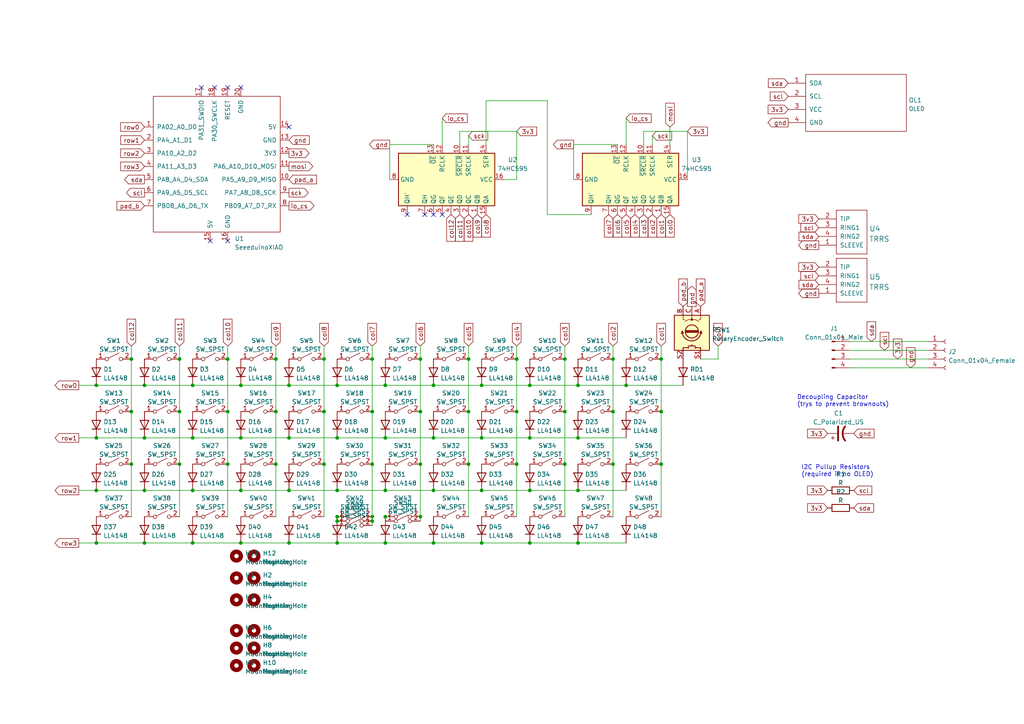
<source format=kicad_sch>
(kicad_sch (version 20211123) (generator eeschema)
  (paper "A4")
  (junction (at 80.01 134.62))
  (junction (at 52.07 104.14))
  (junction (at 38.1 119.38))
  (junction (at 149.86 104.14))
  (junction (at 153.67 127))
  (junction (at 83.82 111.76))
  (junction (at 69.85 157.48))
  (junction (at 69.85 111.76))
  (junction (at 121.92 104.14))
  (junction (at 55.88 111.76))
  (junction (at 27.94 157.48))
  (junction (at 69.85 127))
  (junction (at 41.91 127))
  (junction (at 111.76 127))
  (junction (at 135.89 134.62))
  (junction (at 163.83 134.62))
  (junction (at 135.89 104.14))
  (junction (at 191.77 104.14))
  (junction (at 52.07 119.38))
  (junction (at 97.79 111.76))
  (junction (at 93.98 104.14))
  (junction (at 125.73 142.24))
  (junction (at 55.88 127))
  (junction (at 66.04 104.14))
  (junction (at 27.94 127))
  (junction (at 93.98 119.38))
  (junction (at 191.77 134.62))
  (junction (at 177.8 104.14))
  (junction (at 139.7 127))
  (junction (at 139.7 111.76))
  (junction (at 69.85 142.24))
  (junction (at 149.86 119.38))
  (junction (at 93.98 134.62))
  (junction (at 107.95 151.13))
  (junction (at 83.82 142.24))
  (junction (at 125.73 157.48))
  (junction (at 107.95 134.62))
  (junction (at 97.79 149.86))
  (junction (at 139.7 142.24))
  (junction (at 167.64 142.24))
  (junction (at 83.82 157.48))
  (junction (at 97.79 157.48))
  (junction (at 163.83 104.14))
  (junction (at 55.88 142.24))
  (junction (at 41.91 157.48))
  (junction (at 153.67 142.24))
  (junction (at 167.64 127))
  (junction (at 167.64 111.76))
  (junction (at 27.94 142.24))
  (junction (at 153.67 157.48))
  (junction (at 41.91 111.76))
  (junction (at 111.76 157.48))
  (junction (at 121.92 149.86))
  (junction (at 111.76 111.76))
  (junction (at 149.86 134.62))
  (junction (at 135.89 119.38))
  (junction (at 121.92 134.62))
  (junction (at 177.8 119.38))
  (junction (at 153.67 111.76))
  (junction (at 177.8 134.62))
  (junction (at 38.1 104.14))
  (junction (at 41.91 142.24))
  (junction (at 80.01 119.38))
  (junction (at 97.79 127))
  (junction (at 66.04 119.38))
  (junction (at 107.95 119.38))
  (junction (at 97.79 142.24))
  (junction (at 66.04 134.62))
  (junction (at 125.73 127))
  (junction (at 111.76 142.24))
  (junction (at 121.92 119.38))
  (junction (at 52.07 134.62))
  (junction (at 139.7 157.48))
  (junction (at 111.76 149.86))
  (junction (at 181.61 111.76))
  (junction (at 55.88 157.48))
  (junction (at 97.79 151.13))
  (junction (at 107.95 149.86))
  (junction (at 38.1 134.62))
  (junction (at 83.82 127))
  (junction (at 107.95 104.14))
  (junction (at 27.94 111.76))
  (junction (at 167.64 157.48))
  (junction (at 125.73 111.76))
  (junction (at 163.83 119.38))
  (junction (at 191.77 119.38))
  (junction (at 80.01 104.14))
  (no_connect (at 58.42 25.4))
  (no_connect (at 66.04 25.4))
  (no_connect (at 62.23 25.4))
  (no_connect (at 69.85 25.4))
  (no_connect (at 83.82 36.83))
  (no_connect (at 60.96 69.85))
  (no_connect (at 66.04 69.85))
  (no_connect (at 118.11 62.23))
  (no_connect (at 125.73 62.23))
  (no_connect (at 123.19 62.23))
  (no_connect (at 128.27 62.23))
  (wire (pts (xy 80.01 104.14) (xy 80.01 119.38)))
  (wire (pts (xy 121.92 100.33) (xy 121.92 104.14)))
  (wire (pts (xy 153.67 157.48) (xy 167.64 157.48)))
  (wire (pts (xy 38.1 104.14) (xy 38.1 119.38)))
  (wire (pts (xy 139.7 111.76) (xy 153.67 111.76)))
  (wire (pts (xy 83.82 157.48) (xy 97.79 157.48)))
  (wire (pts (xy 52.07 100.33) (xy 52.07 104.14)))
  (wire (pts (xy 38.1 119.38) (xy 38.1 134.62)))
  (wire (pts (xy 167.64 127) (xy 181.61 127)))
  (wire (pts (xy 135.89 100.33) (xy 135.89 104.14)))
  (wire (pts (xy 27.94 127) (xy 41.91 127)))
  (wire (pts (xy 163.83 104.14) (xy 163.83 119.38)))
  (wire (pts (xy 177.8 134.62) (xy 177.8 149.86)))
  (wire (pts (xy 181.61 111.76) (xy 198.12 111.76)))
  (wire (pts (xy 208.28 100.33) (xy 208.28 104.14)))
  (wire (pts (xy 194.31 36.83) (xy 194.31 41.91)))
  (wire (pts (xy 146.05 52.07) (xy 149.86 52.07)))
  (wire (pts (xy 69.85 157.48) (xy 83.82 157.48)))
  (wire (pts (xy 125.73 157.48) (xy 139.7 157.48)))
  (wire (pts (xy 27.94 111.76) (xy 41.91 111.76)))
  (wire (pts (xy 113.03 41.91) (xy 125.73 41.91)))
  (wire (pts (xy 41.91 111.76) (xy 55.88 111.76)))
  (wire (pts (xy 199.39 38.1) (xy 186.69 38.1)))
  (wire (pts (xy 181.61 34.29) (xy 181.61 41.91)))
  (wire (pts (xy 191.77 134.62) (xy 191.77 149.86)))
  (wire (pts (xy 153.67 127) (xy 167.64 127)))
  (wire (pts (xy 246.38 99.06) (xy 269.24 99.06)))
  (wire (pts (xy 149.86 104.14) (xy 149.86 119.38)))
  (wire (pts (xy 38.1 100.33) (xy 38.1 104.14)))
  (wire (pts (xy 149.86 52.07) (xy 149.86 38.1)))
  (wire (pts (xy 166.37 52.07) (xy 166.37 41.91)))
  (wire (pts (xy 246.38 104.14) (xy 269.24 104.14)))
  (wire (pts (xy 97.79 111.76) (xy 111.76 111.76)))
  (wire (pts (xy 27.94 157.48) (xy 41.91 157.48)))
  (wire (pts (xy 38.1 134.62) (xy 38.1 149.86)))
  (wire (pts (xy 41.91 142.24) (xy 55.88 142.24)))
  (wire (pts (xy 153.67 111.76) (xy 167.64 111.76)))
  (wire (pts (xy 80.01 134.62) (xy 80.01 149.86)))
  (wire (pts (xy 66.04 134.62) (xy 66.04 149.86)))
  (wire (pts (xy 191.77 119.38) (xy 191.77 134.62)))
  (wire (pts (xy 191.77 100.33) (xy 191.77 104.14)))
  (wire (pts (xy 22.86 157.48) (xy 27.94 157.48)))
  (wire (pts (xy 93.98 104.14) (xy 93.98 119.38)))
  (wire (pts (xy 66.04 119.38) (xy 66.04 134.62)))
  (wire (pts (xy 93.98 134.62) (xy 93.98 149.86)))
  (wire (pts (xy 163.83 134.62) (xy 163.83 149.86)))
  (wire (pts (xy 163.83 100.33) (xy 163.83 104.14)))
  (wire (pts (xy 158.75 62.23) (xy 171.45 62.23)))
  (wire (pts (xy 66.04 104.14) (xy 66.04 119.38)))
  (wire (pts (xy 135.89 134.62) (xy 135.89 149.86)))
  (wire (pts (xy 149.86 134.62) (xy 149.86 149.86)))
  (wire (pts (xy 166.37 41.91) (xy 179.07 41.91)))
  (wire (pts (xy 97.79 127) (xy 111.76 127)))
  (wire (pts (xy 97.79 151.13) (xy 97.79 149.86)))
  (wire (pts (xy 189.23 39.37) (xy 189.23 41.91)))
  (wire (pts (xy 52.07 119.38) (xy 52.07 134.62)))
  (wire (pts (xy 246.38 101.6) (xy 269.24 101.6)))
  (wire (pts (xy 97.79 142.24) (xy 111.76 142.24)))
  (wire (pts (xy 107.95 104.14) (xy 107.95 119.38)))
  (wire (pts (xy 177.8 119.38) (xy 177.8 134.62)))
  (wire (pts (xy 69.85 142.24) (xy 83.82 142.24)))
  (wire (pts (xy 113.03 52.07) (xy 113.03 41.91)))
  (wire (pts (xy 191.77 104.14) (xy 191.77 119.38)))
  (wire (pts (xy 22.86 111.76) (xy 27.94 111.76)))
  (wire (pts (xy 93.98 100.33) (xy 93.98 104.14)))
  (wire (pts (xy 22.86 142.24) (xy 27.94 142.24)))
  (wire (pts (xy 83.82 142.24) (xy 97.79 142.24)))
  (wire (pts (xy 83.82 111.76) (xy 97.79 111.76)))
  (wire (pts (xy 27.94 142.24) (xy 41.91 142.24)))
  (wire (pts (xy 107.95 149.86) (xy 107.95 151.13)))
  (wire (pts (xy 121.92 119.38) (xy 121.92 134.62)))
  (wire (pts (xy 107.95 119.38) (xy 107.95 134.62)))
  (wire (pts (xy 149.86 100.33) (xy 149.86 104.14)))
  (wire (pts (xy 158.75 29.21) (xy 158.75 62.23)))
  (wire (pts (xy 80.01 119.38) (xy 80.01 134.62)))
  (wire (pts (xy 107.95 100.33) (xy 107.95 104.14)))
  (wire (pts (xy 139.7 127) (xy 153.67 127)))
  (wire (pts (xy 121.92 149.86) (xy 121.92 151.13)))
  (wire (pts (xy 55.88 127) (xy 69.85 127)))
  (wire (pts (xy 55.88 142.24) (xy 69.85 142.24)))
  (wire (pts (xy 97.79 157.48) (xy 111.76 157.48)))
  (wire (pts (xy 55.88 157.48) (xy 69.85 157.48)))
  (wire (pts (xy 135.89 119.38) (xy 135.89 134.62)))
  (wire (pts (xy 97.79 151.13) (xy 97.79 152.4)))
  (wire (pts (xy 93.98 119.38) (xy 93.98 134.62)))
  (wire (pts (xy 121.92 134.62) (xy 121.92 149.86)))
  (wire (pts (xy 125.73 142.24) (xy 139.7 142.24)))
  (wire (pts (xy 140.97 29.21) (xy 158.75 29.21)))
  (wire (pts (xy 167.64 157.48) (xy 181.61 157.48)))
  (wire (pts (xy 163.83 119.38) (xy 163.83 134.62)))
  (wire (pts (xy 83.82 127) (xy 97.79 127)))
  (wire (pts (xy 66.04 100.33) (xy 66.04 104.14)))
  (wire (pts (xy 135.89 104.14) (xy 135.89 119.38)))
  (wire (pts (xy 125.73 111.76) (xy 139.7 111.76)))
  (wire (pts (xy 149.86 119.38) (xy 149.86 134.62)))
  (wire (pts (xy 111.76 157.48) (xy 125.73 157.48)))
  (wire (pts (xy 52.07 104.14) (xy 52.07 119.38)))
  (wire (pts (xy 41.91 157.48) (xy 55.88 157.48)))
  (wire (pts (xy 80.01 100.33) (xy 80.01 104.14)))
  (wire (pts (xy 22.86 127) (xy 27.94 127)))
  (wire (pts (xy 111.76 127) (xy 125.73 127)))
  (wire (pts (xy 246.38 106.68) (xy 269.24 106.68)))
  (wire (pts (xy 186.69 38.1) (xy 186.69 41.91)))
  (wire (pts (xy 111.76 142.24) (xy 125.73 142.24)))
  (wire (pts (xy 69.85 127) (xy 83.82 127)))
  (wire (pts (xy 52.07 134.62) (xy 52.07 149.86)))
  (wire (pts (xy 55.88 111.76) (xy 69.85 111.76)))
  (wire (pts (xy 133.35 38.1) (xy 133.35 41.91)))
  (wire (pts (xy 125.73 127) (xy 139.7 127)))
  (wire (pts (xy 139.7 142.24) (xy 153.67 142.24)))
  (wire (pts (xy 177.8 100.33) (xy 177.8 104.14)))
  (wire (pts (xy 203.2 104.14) (xy 208.28 104.14)))
  (wire (pts (xy 177.8 104.14) (xy 177.8 119.38)))
  (wire (pts (xy 121.92 104.14) (xy 121.92 119.38)))
  (wire (pts (xy 69.85 111.76) (xy 83.82 111.76)))
  (wire (pts (xy 107.95 151.13) (xy 107.95 152.4)))
  (wire (pts (xy 107.95 134.62) (xy 107.95 149.86)))
  (wire (pts (xy 111.76 149.86) (xy 111.76 151.13)))
  (wire (pts (xy 128.27 34.29) (xy 128.27 41.91)))
  (wire (pts (xy 153.67 142.24) (xy 167.64 142.24)))
  (wire (pts (xy 41.91 127) (xy 55.88 127)))
  (wire (pts (xy 140.97 29.21) (xy 140.97 41.91)))
  (wire (pts (xy 167.64 111.76) (xy 181.61 111.76)))
  (wire (pts (xy 167.64 142.24) (xy 181.61 142.24)))
  (wire (pts (xy 139.7 157.48) (xy 153.67 157.48)))
  (wire (pts (xy 199.39 52.07) (xy 199.39 38.1)))
  (wire (pts (xy 111.76 111.76) (xy 125.73 111.76)))
  (wire (pts (xy 133.35 38.1) (xy 149.86 38.1)))
  (wire (pts (xy 135.89 39.37) (xy 135.89 41.91)))
  (text "I2C Pullup Resistors\n(required if no OLED)" (at 232.41 138.43 0) (effects (font (size 1.27 1.27)) (justify left bottom)))
  (text "Decoupling Capacitor\n(trys to prevent brownouts)" (at 231.14 118.11 0) (effects (font (size 1.27 1.27)) (justify left bottom)))
  (global_label "mosi" (shape output) (at 83.82 48.26 0) (property "Intersheet References" "${INTERSHEET_REFS}" (effects hide)))
  (global_label "3v3" (shape input) (at 240.03 125.73 180) (property "Intersheet References" "${INTERSHEET_REFS}" (effects hide)))
  (global_label "scl" (shape input) (at 237.49 80.01 180) (property "Intersheet References" "${INTERSHEET_REFS}" (effects hide)))
  (global_label "col1" (shape input) (at 191.77 62.23 270) (property "Intersheet References" "${INTERSHEET_REFS}" (effects hide)))
  (global_label "3v3" (shape input) (at 149.86 38.1 0) (property "Intersheet References" "${INTERSHEET_REFS}" (effects hide)))
  (global_label "sda" (shape input) (at 228.6 24.13 180) (property "Intersheet References" "${INTERSHEET_REFS}" (effects hide)))
  (global_label "pad_b" (shape input) (at 41.91 59.69 180) (property "Intersheet References" "${INTERSHEET_REFS}" (effects hide)))
  (global_label "sda" (shape input) (at 237.49 68.58 180) (property "Intersheet References" "${INTERSHEET_REFS}" (effects hide)))
  (global_label "col6" (shape input) (at 179.07 62.23 270) (property "Intersheet References" "${INTERSHEET_REFS}" (effects hide)))
  (global_label "sck" (shape output) (at 83.82 55.88 0) (property "Intersheet References" "${INTERSHEET_REFS}" (effects hide)))
  (global_label "col4" (shape input) (at 149.86 100.33 90) (property "Intersheet References" "${INTERSHEET_REFS}" (effects hide)))
  (global_label "3v3" (shape input) (at 237.49 77.47 180) (property "Intersheet References" "${INTERSHEET_REFS}" (effects hide)))
  (global_label "3v3" (shape input) (at 199.39 38.1 0) (property "Intersheet References" "${INTERSHEET_REFS}" (effects hide)))
  (global_label "scl" (shape input) (at 256.54 101.6 90) (property "Intersheet References" "${INTERSHEET_REFS}" (effects hide)))
  (global_label "row0" (shape output) (at 22.86 111.76 180) (property "Intersheet References" "${INTERSHEET_REFS}" (effects hide)))
  (global_label "gnd" (shape output) (at 200.66 88.9 90) (property "Intersheet References" "${INTERSHEET_REFS}" (effects hide)))
  (global_label "row2" (shape output) (at 22.86 142.24 180) (property "Intersheet References" "${INTERSHEET_REFS}" (effects hide)))
  (global_label "col5" (shape input) (at 181.61 62.23 270) (property "Intersheet References" "${INTERSHEET_REFS}" (effects hide)))
  (global_label "col12" (shape input) (at 38.1 100.33 90) (property "Intersheet References" "${INTERSHEET_REFS}" (effects hide)))
  (global_label "gnd" (shape output) (at 228.6 35.56 180) (property "Intersheet References" "${INTERSHEET_REFS}" (effects hide)))
  (global_label "col2" (shape input) (at 189.23 62.23 270) (property "Intersheet References" "${INTERSHEET_REFS}" (effects hide)))
  (global_label "sda" (shape input) (at 237.49 82.55 180) (property "Intersheet References" "${INTERSHEET_REFS}" (effects hide)))
  (global_label "mosi" (shape input) (at 194.31 36.83 90) (property "Intersheet References" "${INTERSHEET_REFS}" (effects hide)))
  (global_label "sda" (shape input) (at 252.73 99.06 90) (property "Intersheet References" "${INTERSHEET_REFS}" (effects hide)))
  (global_label "row1" (shape input) (at 41.91 40.64 180) (property "Intersheet References" "${INTERSHEET_REFS}" (effects hide)))
  (global_label "gnd" (shape input) (at 247.65 125.73 0) (property "Intersheet References" "${INTERSHEET_REFS}" (effects hide)))
  (global_label "col9" (shape input) (at 80.01 100.33 90) (property "Intersheet References" "${INTERSHEET_REFS}" (effects hide)))
  (global_label "col5" (shape input) (at 135.89 100.33 90) (property "Intersheet References" "${INTERSHEET_REFS}" (effects hide)))
  (global_label "col11" (shape input) (at 133.35 62.23 270) (property "Intersheet References" "${INTERSHEET_REFS}" (effects hide)))
  (global_label "io_cs" (shape input) (at 181.61 34.29 0) (property "Intersheet References" "${INTERSHEET_REFS}" (effects hide)))
  (global_label "col11" (shape input) (at 52.07 100.33 90) (property "Intersheet References" "${INTERSHEET_REFS}" (effects hide)))
  (global_label "scl" (shape input) (at 247.65 142.24 0) (property "Intersheet References" "${INTERSHEET_REFS}" (effects hide)))
  (global_label "pad_a" (shape input) (at 83.82 52.07 0) (property "Intersheet References" "${INTERSHEET_REFS}" (effects hide)))
  (global_label "row3" (shape output) (at 22.86 157.48 180) (property "Intersheet References" "${INTERSHEET_REFS}" (effects hide)))
  (global_label "3v3" (shape input) (at 260.35 104.14 90) (property "Intersheet References" "${INTERSHEET_REFS}" (effects hide)))
  (global_label "gnd" (shape output) (at 113.03 41.91 180) (property "Intersheet References" "${INTERSHEET_REFS}" (effects hide)))
  (global_label "sck" (shape input) (at 135.89 39.37 0) (property "Intersheet References" "${INTERSHEET_REFS}" (effects hide)))
  (global_label "gnd" (shape input) (at 264.16 106.68 90) (property "Intersheet References" "${INTERSHEET_REFS}" (effects hide)))
  (global_label "col7" (shape input) (at 107.95 100.33 90) (property "Intersheet References" "${INTERSHEET_REFS}" (effects hide)))
  (global_label "col0" (shape input) (at 208.28 100.33 90) (property "Intersheet References" "${INTERSHEET_REFS}" (effects hide)))
  (global_label "pad_a" (shape input) (at 203.2 88.9 90) (property "Intersheet References" "${INTERSHEET_REFS}" (effects hide)))
  (global_label "gnd" (shape output) (at 166.37 41.91 180) (property "Intersheet References" "${INTERSHEET_REFS}" (effects hide)))
  (global_label "col12" (shape input) (at 130.81 62.23 270) (property "Intersheet References" "${INTERSHEET_REFS}" (effects hide)))
  (global_label "gnd" (shape output) (at 237.49 85.09 180) (property "Intersheet References" "${INTERSHEET_REFS}" (effects hide)))
  (global_label "row2" (shape input) (at 41.91 44.45 180) (property "Intersheet References" "${INTERSHEET_REFS}" (effects hide)))
  (global_label "col3" (shape input) (at 163.83 100.33 90) (property "Intersheet References" "${INTERSHEET_REFS}" (effects hide)))
  (global_label "io_cs" (shape output) (at 83.82 59.69 0) (property "Intersheet References" "${INTERSHEET_REFS}" (effects hide)))
  (global_label "scl" (shape input) (at 237.49 66.04 180) (property "Intersheet References" "${INTERSHEET_REFS}" (effects hide)))
  (global_label "io_cs" (shape input) (at 128.27 34.29 0) (property "Intersheet References" "${INTERSHEET_REFS}" (effects hide)))
  (global_label "sda" (shape output) (at 41.91 52.07 180) (property "Intersheet References" "${INTERSHEET_REFS}" (effects hide)))
  (global_label "col1" (shape input) (at 191.77 100.33 90) (property "Intersheet References" "${INTERSHEET_REFS}" (effects hide)))
  (global_label "gnd" (shape input) (at 83.82 40.64 0) (property "Intersheet References" "${INTERSHEET_REFS}" (effects hide)))
  (global_label "row3" (shape input) (at 41.91 48.26 180) (property "Intersheet References" "${INTERSHEET_REFS}" (effects hide)))
  (global_label "col8" (shape input) (at 93.98 100.33 90) (property "Intersheet References" "${INTERSHEET_REFS}" (effects hide)))
  (global_label "col3" (shape input) (at 186.69 62.23 270) (property "Intersheet References" "${INTERSHEET_REFS}" (effects hide)))
  (global_label "col4" (shape input) (at 184.15 62.23 270) (property "Intersheet References" "${INTERSHEET_REFS}" (effects hide)))
  (global_label "sck" (shape input) (at 189.23 39.37 0) (property "Intersheet References" "${INTERSHEET_REFS}" (effects hide)))
  (global_label "col7" (shape input) (at 176.53 62.23 270) (property "Intersheet References" "${INTERSHEET_REFS}" (effects hide)))
  (global_label "col0" (shape input) (at 194.31 62.23 270) (property "Intersheet References" "${INTERSHEET_REFS}" (effects hide)))
  (global_label "gnd" (shape output) (at 237.49 71.12 180) (property "Intersheet References" "${INTERSHEET_REFS}" (effects hide)))
  (global_label "col2" (shape input) (at 177.8 100.33 90) (property "Intersheet References" "${INTERSHEET_REFS}" (effects hide)))
  (global_label "3v3" (shape output) (at 83.82 44.45 0) (property "Intersheet References" "${INTERSHEET_REFS}" (effects hide)))
  (global_label "3v3" (shape input) (at 240.03 142.24 180) (property "Intersheet References" "${INTERSHEET_REFS}" (effects hide)))
  (global_label "col9" (shape input) (at 138.43 62.23 270) (property "Intersheet References" "${INTERSHEET_REFS}" (effects hide)))
  (global_label "col8" (shape input) (at 140.97 62.23 270) (property "Intersheet References" "${INTERSHEET_REFS}" (effects hide)))
  (global_label "sda" (shape input) (at 247.65 147.32 0) (property "Intersheet References" "${INTERSHEET_REFS}" (effects hide)))
  (global_label "scl" (shape output) (at 41.91 55.88 180) (property "Intersheet References" "${INTERSHEET_REFS}" (effects hide)))
  (global_label "scl" (shape input) (at 228.6 27.94 180) (property "Intersheet References" "${INTERSHEET_REFS}" (effects hide)))
  (global_label "3v3" (shape input) (at 240.03 147.32 180) (property "Intersheet References" "${INTERSHEET_REFS}" (effects hide)))
  (global_label "col10" (shape input) (at 135.89 62.23 270) (property "Intersheet References" "${INTERSHEET_REFS}" (effects hide)))
  (global_label "3v3" (shape input) (at 237.49 63.5 180) (property "Intersheet References" "${INTERSHEET_REFS}" (effects hide)))
  (global_label "3v3" (shape input) (at 228.6 31.75 180) (property "Intersheet References" "${INTERSHEET_REFS}" (effects hide)))
  (global_label "pad_b" (shape input) (at 198.12 88.9 90) (property "Intersheet References" "${INTERSHEET_REFS}" (effects hide)))
  (global_label "row1" (shape output) (at 22.86 127 180) (property "Intersheet References" "${INTERSHEET_REFS}" (effects hide)))
  (global_label "col10" (shape input) (at 66.04 100.33 90) (property "Intersheet References" "${INTERSHEET_REFS}" (effects hide)))
  (global_label "col6" (shape input) (at 121.92 100.33 90) (property "Intersheet References" "${INTERSHEET_REFS}" (effects hide)))
  (global_label "row0" (shape input) (at 41.91 36.83 180) (property "Intersheet References" "${INTERSHEET_REFS}" (effects hide)))
  (symbol (lib_id "Switch:SW_SPST") (at 158.75 134.62 0) (unit 1)
    (property "Reference" "SW34" (at 158.75 129.2692 0))
    (property "Value" "SW_SPST" (at 158.75 131.8061 0))
    (property "Footprint" "keyswitches:Kailh_socket_MX" (effects hide))
  )
  (symbol (lib_id "Mechanical:MountingHole") (at 73.66 187.96 0) (unit 1)
    (property "Reference" "H8" (at 76.2 187.1253 0) (effects (justify left)))
    (property "Value" "MountingHole" (at 76.2 189.6622 0) (effects (justify left)))
    (property "Footprint" "MountingHole:MountingHole_2.2mm_M2_DIN965" (effects hide))
  )
  (symbol (lib_id "Switch:SW_SPST") (at 46.99 149.86 0) (unit 1)
    (property "Reference" "SW38" (at 46.99 144.5092 0))
    (property "Value" "SW_SPST" (at 46.99 147.0461 0))
    (property "Footprint" "keyswitches:Kailh_socket_MX" (effects hide))
  )
  (symbol (lib_id "Switch:SW_SPST") (at 144.78 119.38 0) (unit 1)
    (property "Reference" "SW21" (at 144.78 114.0292 0))
    (property "Value" "SW_SPST" (at 144.78 116.5661 0))
    (property "Footprint" "keyswitches:Kailh_socket_MX" (effects hide))
  )
  (symbol (lib_id "Diode:LL4148") (at 153.67 138.43 90) (unit 1)
    (property "Reference" "D34" (at 155.702 137.5953 90) (effects (justify right)))
    (property "Value" "LL4148" (at 155.702 140.1322 90) (effects (justify right)))
    (property "Footprint" "Diode_SMD:D_MiniMELF" (effects hide))
    (property "Datasheet" "http://www.vishay.com/docs/85557/ll4148.pdf" (effects hide))
  )
  (symbol (lib_id "74xx:74HC595") (at 130.81 52.07 270) (unit 1)
    (property "Reference" "U2" (at 148.6754 46.3635 90))
    (property "Value" "74HC595" (at 148.6754 48.9004 90))
    (property "Footprint" "Package_SO:SOP-16_3.9x9.9mm_P1.27mm" (effects hide))
    (property "Datasheet" "http://www.ti.com/lit/ds/symlink/sn74hc595.pdf" (effects hide))
  )
  (symbol (lib_id "Diode:LL4148") (at 125.73 107.95 90) (unit 1)
    (property "Reference" "D8" (at 127.762 107.1153 90) (effects (justify right)))
    (property "Value" "LL4148" (at 127.762 109.6522 90) (effects (justify right)))
    (property "Footprint" "Diode_SMD:D_MiniMELF" (effects hide))
    (property "Datasheet" "http://www.vishay.com/docs/85557/ll4148.pdf" (effects hide))
  )
  (symbol (lib_id "Switch:SW_SPST") (at 46.99 104.14 0) (unit 1)
    (property "Reference" "SW2" (at 46.99 98.7892 0))
    (property "Value" "SW_SPST" (at 46.99 101.3261 0))
    (property "Footprint" "keyswitches:Kailh_socket_MX" (effects hide))
  )
  (symbol (lib_id "Diode:LL4148") (at 167.64 153.67 90) (unit 1)
    (property "Reference" "D47" (at 169.672 152.8353 90) (effects (justify right)))
    (property "Value" "LL4148" (at 169.672 155.3722 90) (effects (justify right)))
    (property "Footprint" "Diode_SMD:D_MiniMELF" (effects hide))
    (property "Datasheet" "http://www.vishay.com/docs/85557/ll4148.pdf" (effects hide))
  )
  (symbol (lib_id "Diode:LL4148") (at 153.67 123.19 90) (unit 1)
    (property "Reference" "D22" (at 155.702 122.3553 90) (effects (justify right)))
    (property "Value" "LL4148" (at 155.702 124.8922 90) (effects (justify right)))
    (property "Footprint" "Diode_SMD:D_MiniMELF" (effects hide))
    (property "Datasheet" "http://www.vishay.com/docs/85557/ll4148.pdf" (effects hide))
  )
  (symbol (lib_id "Diode:LL4148") (at 69.85 107.95 90) (unit 1)
    (property "Reference" "D4" (at 71.882 107.1153 90) (effects (justify right)))
    (property "Value" "LL4148" (at 71.882 109.6522 90) (effects (justify right)))
    (property "Footprint" "Diode_SMD:D_MiniMELF" (effects hide))
    (property "Datasheet" "http://www.vishay.com/docs/85557/ll4148.pdf" (effects hide))
  )
  (symbol (lib_id "Device:C_Polarized_US") (at 243.84 125.73 90) (unit 1)
    (property "Reference" "C1" (at 243.205 119.8712 90))
    (property "Value" "C_Polarized_US" (at 243.205 122.4081 90))
    (property "Footprint" "Capacitor_SMD:CP_Elec_6.3x7.7" (effects hide))
  )
  (symbol (lib_id "keebio:TRRS") (at 246.38 73.66 0) (unit 1)
    (property "Reference" "U4" (at 252.095 66.3338 0) (effects (font (size 1.524 1.524)) (justify left)))
    (property "Value" "TRRS" (at 252.095 69.3272 0) (effects (font (size 1.524 1.524)) (justify left)))
    (property "Footprint" "Keebio-Parts:TRRS-PJ-320A" (effects hide))
  )
  (symbol (lib_id "Diode:LL4148") (at 27.94 123.19 90) (unit 1)
    (property "Reference" "D13" (at 29.972 122.3553 90) (effects (justify right)))
    (property "Value" "LL4148" (at 29.972 124.8922 90) (effects (justify right)))
    (property "Footprint" "Diode_SMD:D_MiniMELF" (effects hide))
    (property "Datasheet" "http://www.vishay.com/docs/85557/ll4148.pdf" (effects hide))
  )
  (symbol (lib_id "Diode:LL4148") (at 27.94 107.95 90) (unit 1)
    (property "Reference" "D1" (at 29.972 107.1153 90) (effects (justify right)))
    (property "Value" "LL4148" (at 29.972 109.6522 90) (effects (justify right)))
    (property "Footprint" "Diode_SMD:D_MiniMELF" (effects hide))
    (property "Datasheet" "http://www.vishay.com/docs/85557/ll4148.pdf" (effects hide))
  )
  (symbol (lib_id "Switch:SW_SPST") (at 172.72 134.62 0) (unit 1)
    (property "Reference" "SW35" (at 172.72 129.2692 0))
    (property "Value" "SW_SPST" (at 172.72 131.8061 0))
    (property "Footprint" "keyswitches:Kailh_socket_MX" (effects hide))
  )
  (symbol (lib_id "Switch:SW_SPST") (at 102.87 151.13 0) (unit 1)
    (property "Reference" "SW49" (at 102.87 145.7792 0))
    (property "Value" "SW_SPST" (at 102.87 148.3161 0))
    (property "Footprint" "keyswitches:Kailh_socket_MX" (effects hide))
  )
  (symbol (lib_id "Mechanical:MountingHole") (at 68.58 193.04 0) (unit 1)
    (property "Reference" "H9" (at 71.12 192.2053 0) (effects (justify left)))
    (property "Value" "MountingHole" (at 71.12 194.7422 0) (effects (justify left)))
    (property "Footprint" "MountingHole:MountingHole_2.2mm_M2_DIN965" (effects hide))
  )
  (symbol (lib_id "Diode:LL4148") (at 139.7 153.67 90) (unit 1)
    (property "Reference" "D45" (at 141.732 152.8353 90) (effects (justify right)))
    (property "Value" "LL4148" (at 141.732 155.3722 90) (effects (justify right)))
    (property "Footprint" "Diode_SMD:D_MiniMELF" (effects hide))
    (property "Datasheet" "http://www.vishay.com/docs/85557/ll4148.pdf" (effects hide))
  )
  (symbol (lib_id "Diode:LL4148") (at 55.88 138.43 90) (unit 1)
    (property "Reference" "D27" (at 57.912 137.5953 90) (effects (justify right)))
    (property "Value" "LL4148" (at 57.912 140.1322 90) (effects (justify right)))
    (property "Footprint" "Diode_SMD:D_MiniMELF" (effects hide))
    (property "Datasheet" "http://www.vishay.com/docs/85557/ll4148.pdf" (effects hide))
  )
  (symbol (lib_id "Connector:Conn_01x04_Male") (at 241.3 101.6 0) (unit 1)
    (property "Reference" "J1" (at 241.935 95.284 0))
    (property "Value" "Conn_01x04_Male" (at 241.935 97.8209 0))
    (property "Footprint" "Connector_PinHeader_2.54mm:PinHeader_1x04_P2.54mm_Vertical" (effects hide))
  )
  (symbol (lib_id "Diode:LL4148") (at 111.76 123.19 90) (unit 1)
    (property "Reference" "D19" (at 113.792 122.3553 90) (effects (justify right)))
    (property "Value" "LL4148" (at 113.792 124.8922 90) (effects (justify right)))
    (property "Footprint" "Diode_SMD:D_MiniMELF" (effects hide))
    (property "Datasheet" "http://www.vishay.com/docs/85557/ll4148.pdf" (effects hide))
  )
  (symbol (lib_id "Diode:LL4148") (at 181.61 138.43 90) (unit 1)
    (property "Reference" "D36" (at 183.642 137.5953 90) (effects (justify right)))
    (property "Value" "LL4148" (at 183.642 140.1322 90) (effects (justify right)))
    (property "Footprint" "Diode_SMD:D_MiniMELF" (effects hide))
    (property "Datasheet" "http://www.vishay.com/docs/85557/ll4148.pdf" (effects hide))
  )
  (symbol (lib_id "Switch:SW_SPST") (at 33.02 104.14 0) (unit 1)
    (property "Reference" "SW1" (at 33.02 98.7892 0))
    (property "Value" "SW_SPST" (at 33.02 101.3261 0))
    (property "Footprint" "keyswitches:Kailh_socket_MX" (effects hide))
  )
  (symbol (lib_id "Diode:LL4148") (at 69.85 138.43 90) (unit 1)
    (property "Reference" "D28" (at 71.882 137.5953 90) (effects (justify right)))
    (property "Value" "LL4148" (at 71.882 140.1322 90) (effects (justify right)))
    (property "Footprint" "Diode_SMD:D_MiniMELF" (effects hide))
    (property "Datasheet" "http://www.vishay.com/docs/85557/ll4148.pdf" (effects hide))
  )
  (symbol (lib_id "Switch:SW_SPST") (at 46.99 119.38 0) (unit 1)
    (property "Reference" "SW14" (at 46.99 114.0292 0))
    (property "Value" "SW_SPST" (at 46.99 116.5661 0))
    (property "Footprint" "keyswitches:Kailh_socket_MX" (effects hide))
  )
  (symbol (lib_id "Mechanical:MountingHole") (at 73.66 193.04 0) (unit 1)
    (property "Reference" "H10" (at 76.2 192.2053 0) (effects (justify left)))
    (property "Value" "MountingHole" (at 76.2 194.7422 0) (effects (justify left)))
    (property "Footprint" "MountingHole:MountingHole_2.2mm_M2_DIN965" (effects hide))
  )
  (symbol (lib_id "Switch:SW_SPST") (at 74.93 149.86 0) (unit 1)
    (property "Reference" "SW40" (at 74.93 144.5092 0))
    (property "Value" "SW_SPST" (at 74.93 147.0461 0))
    (property "Footprint" "keyswitches:Kailh_socket_MX" (effects hide))
  )
  (symbol (lib_id "Diode:LL4148") (at 125.73 153.67 90) (unit 1)
    (property "Reference" "D44" (at 127.762 152.8353 90) (effects (justify right)))
    (property "Value" "LL4148" (at 127.762 155.3722 90) (effects (justify right)))
    (property "Footprint" "Diode_SMD:D_MiniMELF" (effects hide))
    (property "Datasheet" "http://www.vishay.com/docs/85557/ll4148.pdf" (effects hide))
  )
  (symbol (lib_id "keebio:TRRS") (at 246.38 87.63 0) (unit 1)
    (property "Reference" "U5" (at 252.095 80.3038 0) (effects (font (size 1.524 1.524)) (justify left)))
    (property "Value" "TRRS" (at 252.095 83.2972 0) (effects (font (size 1.524 1.524)) (justify left)))
    (property "Footprint" "Keebio-Parts:TRRS-PJ-320A" (effects hide))
  )
  (symbol (lib_id "Switch:SW_SPST") (at 102.87 119.38 0) (unit 1)
    (property "Reference" "SW18" (at 102.87 114.0292 0))
    (property "Value" "SW_SPST" (at 102.87 116.5661 0))
    (property "Footprint" "keyswitches:Kailh_socket_MX" (effects hide))
  )
  (symbol (lib_id "Diode:LL4148") (at 55.88 123.19 90) (unit 1)
    (property "Reference" "D15" (at 57.912 122.3553 90) (effects (justify right)))
    (property "Value" "LL4148" (at 57.912 124.8922 90) (effects (justify right)))
    (property "Footprint" "Diode_SMD:D_MiniMELF" (effects hide))
    (property "Datasheet" "http://www.vishay.com/docs/85557/ll4148.pdf" (effects hide))
  )
  (symbol (lib_id "Switch:SW_SPST") (at 60.96 119.38 0) (unit 1)
    (property "Reference" "SW15" (at 60.96 114.0292 0))
    (property "Value" "SW_SPST" (at 60.96 116.5661 0))
    (property "Footprint" "keyswitches:Kailh_socket_MX" (effects hide))
  )
  (symbol (lib_id "Switch:SW_SPST") (at 88.9 119.38 0) (unit 1)
    (property "Reference" "SW17" (at 88.9 114.0292 0))
    (property "Value" "SW_SPST" (at 88.9 116.5661 0))
    (property "Footprint" "keyswitches:Kailh_socket_MX" (effects hide))
  )
  (symbol (lib_id "Switch:SW_SPST") (at 102.87 149.86 0) (unit 1)
    (property "Reference" "SW42" (at 102.87 144.5092 0))
    (property "Value" "SW_SPST" (at 102.87 147.0461 0))
    (property "Footprint" "keyswitches:Kailh_socket_MX" (effects hide))
  )
  (symbol (lib_id "Switch:SW_SPST") (at 88.9 134.62 0) (unit 1)
    (property "Reference" "SW29" (at 88.9 129.2692 0))
    (property "Value" "SW_SPST" (at 88.9 131.8061 0))
    (property "Footprint" "keyswitches:Kailh_socket_MX" (effects hide))
  )
  (symbol (lib_id "Diode:LL4148") (at 27.94 153.67 90) (unit 1)
    (property "Reference" "D37" (at 29.972 152.8353 90) (effects (justify right)))
    (property "Value" "LL4148" (at 29.972 155.3722 90) (effects (justify right)))
    (property "Footprint" "Diode_SMD:D_MiniMELF" (effects hide))
    (property "Datasheet" "http://www.vishay.com/docs/85557/ll4148.pdf" (effects hide))
  )
  (symbol (lib_id "Connector:Conn_01x04_Female") (at 274.32 101.6 0) (unit 1)
    (property "Reference" "J2" (at 275.0312 102.0353 0) (effects (justify left)))
    (property "Value" "Conn_01x04_Female" (at 275.0312 104.5722 0) (effects (justify left)))
    (property "Footprint" "Connector_PinHeader_2.54mm:PinHeader_1x04_P2.54mm_Vertical" (effects hide))
  )
  (symbol (lib_id "Diode:LL4148") (at 55.88 153.67 90) (unit 1)
    (property "Reference" "D39" (at 57.912 152.8353 90) (effects (justify right)))
    (property "Value" "LL4148" (at 57.912 155.3722 90) (effects (justify right)))
    (property "Footprint" "Diode_SMD:D_MiniMELF" (effects hide))
    (property "Datasheet" "http://www.vishay.com/docs/85557/ll4148.pdf" (effects hide))
  )
  (symbol (lib_id "Switch:SW_SPST") (at 186.69 119.38 0) (unit 1)
    (property "Reference" "SW24" (at 186.69 114.0292 0))
    (property "Value" "SW_SPST" (at 186.69 116.5661 0))
    (property "Footprint" "keyswitches:Kailh_socket_MX" (effects hide))
  )
  (symbol (lib_id "Diode:LL4148") (at 111.76 138.43 90) (unit 1)
    (property "Reference" "D31" (at 113.792 137.5953 90) (effects (justify right)))
    (property "Value" "LL4148" (at 113.792 140.1322 90) (effects (justify right)))
    (property "Footprint" "Diode_SMD:D_MiniMELF" (effects hide))
    (property "Datasheet" "http://www.vishay.com/docs/85557/ll4148.pdf" (effects hide))
  )
  (symbol (lib_id "Diode:LL4148") (at 125.73 138.43 90) (unit 1)
    (property "Reference" "D32" (at 127.762 137.5953 90) (effects (justify right)))
    (property "Value" "LL4148" (at 127.762 140.1322 90) (effects (justify right)))
    (property "Footprint" "Diode_SMD:D_MiniMELF" (effects hide))
    (property "Datasheet" "http://www.vishay.com/docs/85557/ll4148.pdf" (effects hide))
  )
  (symbol (lib_id "Switch:SW_SPST") (at 116.84 149.86 0) (unit 1)
    (property "Reference" "SW43" (at 116.84 144.5092 0))
    (property "Value" "SW_SPST" (at 116.84 147.0461 0))
    (property "Footprint" "keyswitches:Kailh_socket_MX" (effects hide))
  )
  (symbol (lib_id "Switch:SW_SPST") (at 158.75 119.38 0) (unit 1)
    (property "Reference" "SW22" (at 158.75 114.0292 0))
    (property "Value" "SW_SPST" (at 158.75 116.5661 0))
    (property "Footprint" "keyswitches:Kailh_socket_MX" (effects hide))
  )
  (symbol (lib_id "Switch:SW_SPST") (at 116.84 119.38 0) (unit 1)
    (property "Reference" "SW19" (at 116.84 114.0292 0))
    (property "Value" "SW_SPST" (at 116.84 116.5661 0))
    (property "Footprint" "keyswitches:Kailh_socket_MX" (effects hide))
  )
  (symbol (lib_id "Diode:LL4148") (at 139.7 123.19 90) (unit 1)
    (property "Reference" "D21" (at 141.732 122.3553 90) (effects (justify right)))
    (property "Value" "LL4148" (at 141.732 124.8922 90) (effects (justify right)))
    (property "Footprint" "Diode_SMD:D_MiniMELF" (effects hide))
    (property "Datasheet" "http://www.vishay.com/docs/85557/ll4148.pdf" (effects hide))
  )
  (symbol (lib_id "Device:R") (at 243.84 147.32 90) (unit 1)
    (property "Reference" "R2" (at 243.84 142.6042 90))
    (property "Value" "R" (at 243.84 145.1411 90))
    (property "Footprint" "Resistor_SMD:R_1206_3216Metric_Pad1.30x1.75mm_HandSolder" (effects hide))
  )
  (symbol (lib_id "Seeeduino XIAO:SeeeduinoXIAO") (at 63.5 48.26 0) (unit 1)
    (property "Reference" "U1" (at 68.0594 69.2134 0) (effects (justify left)))
    (property "Value" "SeeeduinoXIAO" (at 68.0594 71.7503 0) (effects (justify left)))
    (property "Footprint" "Seeeduino XIAO KICAD:Seeeduino XIAO-MOUDLE14P-2.54-21X17.8MM" (effects hide))
  )
  (symbol (lib_id "Switch:SW_SPST") (at 88.9 104.14 0) (unit 1)
    (property "Reference" "SW5" (at 88.9 98.7892 0))
    (property "Value" "SW_SPST" (at 88.9 101.3261 0))
    (property "Footprint" "keyswitches:Kailh_socket_MX" (effects hide))
  )
  (symbol (lib_id "Diode:LL4148") (at 139.7 107.95 90) (unit 1)
    (property "Reference" "D9" (at 141.732 107.1153 90) (effects (justify right)))
    (property "Value" "LL4148" (at 141.732 109.6522 90) (effects (justify right)))
    (property "Footprint" "Diode_SMD:D_MiniMELF" (effects hide))
    (property "Datasheet" "http://www.vishay.com/docs/85557/ll4148.pdf" (effects hide))
  )
  (symbol (lib_id "Mechanical:MountingHole") (at 68.58 173.99 0) (unit 1)
    (property "Reference" "H3" (at 71.12 173.1553 0) (effects (justify left)))
    (property "Value" "MountingHole" (at 71.12 175.6922 0) (effects (justify left)))
    (property "Footprint" "MountingHole:MountingHole_2.2mm_M2_DIN965" (effects hide))
  )
  (symbol (lib_id "Diode:LL4148") (at 153.67 107.95 90) (unit 1)
    (property "Reference" "D10" (at 155.702 107.1153 90) (effects (justify right)))
    (property "Value" "LL4148" (at 155.702 109.6522 90) (effects (justify right)))
    (property "Footprint" "Diode_SMD:D_MiniMELF" (effects hide))
    (property "Datasheet" "http://www.vishay.com/docs/85557/ll4148.pdf" (effects hide))
  )
  (symbol (lib_id "Switch:SW_SPST") (at 60.96 149.86 0) (unit 1)
    (property "Reference" "SW39" (at 60.96 144.5092 0))
    (property "Value" "SW_SPST" (at 60.96 147.0461 0))
    (property "Footprint" "keyswitches:Kailh_socket_MX" (effects hide))
  )
  (symbol (lib_id "Diode:LL4148") (at 55.88 107.95 90) (unit 1)
    (property "Reference" "D3" (at 57.912 107.1153 90) (effects (justify right)))
    (property "Value" "LL4148" (at 57.912 109.6522 90) (effects (justify right)))
    (property "Footprint" "Diode_SMD:D_MiniMELF" (effects hide))
    (property "Datasheet" "http://www.vishay.com/docs/85557/ll4148.pdf" (effects hide))
  )
  (symbol (lib_id "74xx:74HC595") (at 184.15 52.07 270) (unit 1)
    (property "Reference" "U3" (at 202.0154 46.3635 90))
    (property "Value" "74HC595" (at 202.0154 48.9004 90))
    (property "Footprint" "Package_SO:SOP-16_3.9x9.9mm_P1.27mm" (effects hide))
    (property "Datasheet" "http://www.ti.com/lit/ds/symlink/sn74hc595.pdf" (effects hide))
  )
  (symbol (lib_id "Diode:LL4148") (at 41.91 153.67 90) (unit 1)
    (property "Reference" "D38" (at 43.942 152.8353 90) (effects (justify right)))
    (property "Value" "LL4148" (at 43.942 155.3722 90) (effects (justify right)))
    (property "Footprint" "Diode_SMD:D_MiniMELF" (effects hide))
    (property "Datasheet" "http://www.vishay.com/docs/85557/ll4148.pdf" (effects hide))
  )
  (symbol (lib_id "Diode:LL4148") (at 97.79 153.67 90) (unit 1)
    (property "Reference" "D42" (at 99.822 152.8353 90) (effects (justify right)))
    (property "Value" "LL4148" (at 99.822 155.3722 90) (effects (justify right)))
    (property "Footprint" "Diode_SMD:D_MiniMELF" (effects hide))
    (property "Datasheet" "http://www.vishay.com/docs/85557/ll4148.pdf" (effects hide))
  )
  (symbol (lib_id "Diode:LL4148") (at 153.67 153.67 90) (unit 1)
    (property "Reference" "D46" (at 155.702 152.8353 90) (effects (justify right)))
    (property "Value" "LL4148" (at 155.702 155.3722 90) (effects (justify right)))
    (property "Footprint" "Diode_SMD:D_MiniMELF" (effects hide))
    (property "Datasheet" "http://www.vishay.com/docs/85557/ll4148.pdf" (effects hide))
  )
  (symbol (lib_id "Switch:SW_SPST") (at 33.02 134.62 0) (unit 1)
    (property "Reference" "SW25" (at 33.02 129.2692 0))
    (property "Value" "SW_SPST" (at 33.02 131.8061 0))
    (property "Footprint" "keyswitches:Kailh_socket_MX" (effects hide))
  )
  (symbol (lib_id "Mechanical:MountingHole") (at 73.66 173.99 0) (unit 1)
    (property "Reference" "H4" (at 76.2 173.1553 0) (effects (justify left)))
    (property "Value" "MountingHole" (at 76.2 175.6922 0) (effects (justify left)))
    (property "Footprint" "MountingHole:MountingHole_2.2mm_M2_DIN965" (effects hide))
  )
  (symbol (lib_id "Switch:SW_SPST") (at 60.96 104.14 0) (unit 1)
    (property "Reference" "SW3" (at 60.96 98.7892 0))
    (property "Value" "SW_SPST" (at 60.96 101.3261 0))
    (property "Footprint" "keyswitches:Kailh_socket_MX" (effects hide))
  )
  (symbol (lib_id "Switch:SW_SPST") (at 172.72 149.86 0) (unit 1)
    (property "Reference" "SW47" (at 172.72 144.5092 0))
    (property "Value" "SW_SPST" (at 172.72 147.0461 0))
    (property "Footprint" "keyswitches:Kailh_socket_MX" (effects hide))
  )
  (symbol (lib_id "Diode:LL4148") (at 139.7 138.43 90) (unit 1)
    (property "Reference" "D33" (at 141.732 137.5953 90) (effects (justify right)))
    (property "Value" "LL4148" (at 141.732 140.1322 90) (effects (justify right)))
    (property "Footprint" "Diode_SMD:D_MiniMELF" (effects hide))
    (property "Datasheet" "http://www.vishay.com/docs/85557/ll4148.pdf" (effects hide))
  )
  (symbol (lib_id "Switch:SW_SPST") (at 74.93 104.14 0) (unit 1)
    (property "Reference" "SW4" (at 74.93 98.7892 0))
    (property "Value" "SW_SPST" (at 74.93 101.3261 0))
    (property "Footprint" "keyswitches:Kailh_socket_MX" (effects hide))
  )
  (symbol (lib_id "Switch:SW_SPST") (at 88.9 149.86 0) (unit 1)
    (property "Reference" "SW41" (at 88.9 144.5092 0))
    (property "Value" "SW_SPST" (at 88.9 147.0461 0))
    (property "Footprint" "keyswitches:Kailh_socket_MX" (effects hide))
  )
  (symbol (lib_id "Diode:LL4148") (at 83.82 123.19 90) (unit 1)
    (property "Reference" "D17" (at 85.852 122.3553 90) (effects (justify right)))
    (property "Value" "LL4148" (at 85.852 124.8922 90) (effects (justify right)))
    (property "Footprint" "Diode_SMD:D_MiniMELF" (effects hide))
    (property "Datasheet" "http://www.vishay.com/docs/85557/ll4148.pdf" (effects hide))
  )
  (symbol (lib_id "Diode:LL4148") (at 167.64 138.43 90) (unit 1)
    (property "Reference" "D35" (at 169.672 137.5953 90) (effects (justify right)))
    (property "Value" "LL4148" (at 169.672 140.1322 90) (effects (justify right)))
    (property "Footprint" "Diode_SMD:D_MiniMELF" (effects hide))
    (property "Datasheet" "http://www.vishay.com/docs/85557/ll4148.pdf" (effects hide))
  )
  (symbol (lib_id "Diode:LL4148") (at 167.64 107.95 90) (unit 1)
    (property "Reference" "D11" (at 169.672 107.1153 90) (effects (justify right)))
    (property "Value" "LL4148" (at 169.672 109.6522 90) (effects (justify right)))
    (property "Footprint" "Diode_SMD:D_MiniMELF" (effects hide))
    (property "Datasheet" "http://www.vishay.com/docs/85557/ll4148.pdf" (effects hide))
  )
  (symbol (lib_id "Switch:SW_SPST") (at 186.69 149.86 0) (unit 1)
    (property "Reference" "SW48" (at 186.69 144.5092 0))
    (property "Value" "SW_SPST" (at 186.69 147.0461 0))
    (property "Footprint" "keyswitches:Kailh_socket_MX" (effects hide))
  )
  (symbol (lib_id "Diode:LL4148") (at 83.82 107.95 90) (unit 1)
    (property "Reference" "D5" (at 85.852 107.1153 90) (effects (justify right)))
    (property "Value" "LL4148" (at 85.852 109.6522 90) (effects (justify right)))
    (property "Footprint" "Diode_SMD:D_MiniMELF" (effects hide))
    (property "Datasheet" "http://www.vishay.com/docs/85557/ll4148.pdf" (effects hide))
  )
  (symbol (lib_id "Mechanical:MountingHole") (at 73.66 182.88 0) (unit 1)
    (property "Reference" "H6" (at 76.2 182.0453 0) (effects (justify left)))
    (property "Value" "MountingHole" (at 76.2 184.5822 0) (effects (justify left)))
    (property "Footprint" "MountingHole:MountingHole_2.2mm_M2_DIN965" (effects hide))
  )
  (symbol (lib_id "Switch:SW_SPST") (at 172.72 104.14 0) (unit 1)
    (property "Reference" "SW11" (at 172.72 98.7892 0))
    (property "Value" "SW_SPST" (at 172.72 101.3261 0))
    (property "Footprint" "keyswitches:Kailh_socket_MX" (effects hide))
  )
  (symbol (lib_id "Mechanical:MountingHole") (at 73.66 167.64 0) (unit 1)
    (property "Reference" "H2" (at 76.2 166.8053 0) (effects (justify left)))
    (property "Value" "MountingHole" (at 76.2 169.3422 0) (effects (justify left)))
    (property "Footprint" "MountingHole:MountingHole_2.2mm_M2_DIN965" (effects hide))
  )
  (symbol (lib_id "Switch:SW_SPST") (at 74.93 134.62 0) (unit 1)
    (property "Reference" "SW28" (at 74.93 129.2692 0))
    (property "Value" "SW_SPST" (at 74.93 131.8061 0))
    (property "Footprint" "keyswitches:Kailh_socket_MX" (effects hide))
  )
  (symbol (lib_id "Switch:SW_SPST") (at 158.75 149.86 0) (unit 1)
    (property "Reference" "SW46" (at 158.75 144.5092 0))
    (property "Value" "SW_SPST" (at 158.75 147.0461 0))
    (property "Footprint" "keyswitches:Kailh_socket_MX" (effects hide))
  )
  (symbol (lib_id "Diode:LL4148") (at 69.85 153.67 90) (unit 1)
    (property "Reference" "D40" (at 71.882 152.8353 90) (effects (justify right)))
    (property "Value" "LL4148" (at 71.882 155.3722 90) (effects (justify right)))
    (property "Footprint" "Diode_SMD:D_MiniMELF" (effects hide))
    (property "Datasheet" "http://www.vishay.com/docs/85557/ll4148.pdf" (effects hide))
  )
  (symbol (lib_id "Diode:LL4148") (at 41.91 138.43 90) (unit 1)
    (property "Reference" "D26" (at 43.942 137.5953 90) (effects (justify right)))
    (property "Value" "LL4148" (at 43.942 140.1322 90) (effects (justify right)))
    (property "Footprint" "Diode_SMD:D_MiniMELF" (effects hide))
    (property "Datasheet" "http://www.vishay.com/docs/85557/ll4148.pdf" (effects hide))
  )
  (symbol (lib_id "Diode:LL4148") (at 97.79 123.19 90) (unit 1)
    (property "Reference" "D18" (at 99.822 122.3553 90) (effects (justify right)))
    (property "Value" "LL4148" (at 99.822 124.8922 90) (effects (justify right)))
    (property "Footprint" "Diode_SMD:D_MiniMELF" (effects hide))
    (property "Datasheet" "http://www.vishay.com/docs/85557/ll4148.pdf" (effects hide))
  )
  (symbol (lib_id "Diode:LL4148") (at 97.79 107.95 90) (unit 1)
    (property "Reference" "D6" (at 99.822 107.1153 90) (effects (justify right)))
    (property "Value" "LL4148" (at 99.822 109.6522 90) (effects (justify right)))
    (property "Footprint" "Diode_SMD:D_MiniMELF" (effects hide))
    (property "Datasheet" "http://www.vishay.com/docs/85557/ll4148.pdf" (effects hide))
  )
  (symbol (lib_id "Switch:SW_SPST") (at 33.02 119.38 0) (unit 1)
    (property "Reference" "SW13" (at 33.02 114.0292 0))
    (property "Value" "SW_SPST" (at 33.02 116.5661 0))
    (property "Footprint" "keyswitches:Kailh_socket_MX" (effects hide))
  )
  (symbol (lib_id "Switch:SW_SPST") (at 102.87 104.14 0) (unit 1)
    (property "Reference" "SW6" (at 102.87 98.7892 0))
    (property "Value" "SW_SPST" (at 102.87 101.3261 0))
    (property "Footprint" "keyswitches:Kailh_socket_MX" (effects hide))
  )
  (symbol (lib_id "Mechanical:MountingHole") (at 68.58 167.64 0) (unit 1)
    (property "Reference" "H1" (at 71.12 166.8053 0) (effects (justify left)))
    (property "Value" "MountingHole" (at 71.12 169.3422 0) (effects (justify left)))
    (property "Footprint" "MountingHole:MountingHole_2.2mm_M2_DIN965" (effects hide))
  )
  (symbol (lib_id "Diode:LL4148") (at 125.73 123.19 90) (unit 1)
    (property "Reference" "D20" (at 127.762 122.3553 90) (effects (justify right)))
    (property "Value" "LL4148" (at 127.762 124.8922 90) (effects (justify right)))
    (property "Footprint" "Diode_SMD:D_MiniMELF" (effects hide))
    (property "Datasheet" "http://www.vishay.com/docs/85557/ll4148.pdf" (effects hide))
  )
  (symbol (lib_id "Switch:SW_SPST") (at 116.84 134.62 0) (unit 1)
    (property "Reference" "SW31" (at 116.84 129.2692 0))
    (property "Value" "SW_SPST" (at 116.84 131.8061 0))
    (property "Footprint" "keyswitches:Kailh_socket_MX" (effects hide))
  )
  (symbol (lib_id "Switch:SW_SPST") (at 144.78 149.86 0) (unit 1)
    (property "Reference" "SW45" (at 144.78 144.5092 0))
    (property "Value" "SW_SPST" (at 144.78 147.0461 0))
    (property "Footprint" "keyswitches:Kailh_socket_MX" (effects hide))
  )
  (symbol (lib_id "Diode:LL4148") (at 181.61 107.95 90) (unit 1)
    (property "Reference" "D12" (at 183.642 107.1153 90) (effects (justify right)))
    (property "Value" "LL4148" (at 183.642 109.6522 90) (effects (justify right)))
    (property "Footprint" "Diode_SMD:D_MiniMELF" (effects hide))
    (property "Datasheet" "http://www.vishay.com/docs/85557/ll4148.pdf" (effects hide))
  )
  (symbol (lib_id "Switch:SW_SPST") (at 116.84 151.13 0) (unit 1)
    (property "Reference" "SW50" (at 116.84 145.7792 0))
    (property "Value" "SW_SPST" (at 116.84 148.3161 0))
    (property "Footprint" "keyswitches:Kailh_socket_MX" (effects hide))
  )
  (symbol (lib_id "Switch:SW_SPST") (at 172.72 119.38 0) (unit 1)
    (property "Reference" "SW23" (at 172.72 114.0292 0))
    (property "Value" "SW_SPST" (at 172.72 116.5661 0))
    (property "Footprint" "keyswitches:Kailh_socket_MX" (effects hide))
  )
  (symbol (lib_id "Switch:SW_SPST") (at 130.81 149.86 0) (unit 1)
    (property "Reference" "SW44" (at 130.81 144.5092 0))
    (property "Value" "SW_SPST" (at 130.81 147.0461 0))
    (property "Footprint" "keyswitches:Kailh_socket_MX" (effects hide))
  )
  (symbol (lib_id "Device:RotaryEncoder_Switch") (at 200.66 96.52 270) (unit 1)
    (property "Reference" "RSW1" (at 206.502 95.6853 90) (effects (justify left)))
    (property "Value" "RotaryEncoder_Switch" (at 206.502 98.2222 90) (effects (justify left)))
    (property "Footprint" "Rotary_Encoder:RotaryEncoder_Alps_EC11E-Switch_Vertical_H20mm" (effects hide))
  )
  (symbol (lib_id "Mechanical:MountingHole") (at 68.58 161.29 0) (unit 1)
    (property "Reference" "H11" (at 71.12 160.4553 0) (effects (justify left)))
    (property "Value" "MountingHole" (at 71.12 162.9922 0) (effects (justify left)))
    (property "Footprint" "MountingHole:MountingHole_2.2mm_M2_DIN965" (effects hide))
  )
  (symbol (lib_id "Switch:SW_SPST") (at 186.69 134.62 0) (unit 1)
    (property "Reference" "SW36" (at 186.69 129.2692 0))
    (property "Value" "SW_SPST" (at 186.69 131.8061 0))
    (property "Footprint" "keyswitches:Kailh_socket_MX" (effects hide))
  )
  (symbol (lib_id "Mechanical:MountingHole") (at 73.66 161.29 0) (unit 1)
    (property "Reference" "H12" (at 76.2 160.4553 0) (effects (justify left)))
    (property "Value" "MountingHole" (at 76.2 162.9922 0) (effects (justify left)))
    (property "Footprint" "MountingHole:MountingHole_2.2mm_M2_DIN965" (effects hide))
  )
  (symbol (lib_id "Switch:SW_SPST") (at 74.93 119.38 0) (unit 1)
    (property "Reference" "SW16" (at 74.93 114.0292 0))
    (property "Value" "SW_SPST" (at 74.93 116.5661 0))
    (property "Footprint" "keyswitches:Kailh_socket_MX" (effects hide))
  )
  (symbol (lib_id "Diode:LL4148") (at 111.76 107.95 90) (unit 1)
    (property "Reference" "D7" (at 113.792 107.1153 90) (effects (justify right)))
    (property "Value" "LL4148" (at 113.792 109.6522 90) (effects (justify right)))
    (property "Footprint" "Diode_SMD:D_MiniMELF" (effects hide))
    (property "Datasheet" "http://www.vishay.com/docs/85557/ll4148.pdf" (effects hide))
  )
  (symbol (lib_id "Switch:SW_SPST") (at 33.02 149.86 0) (unit 1)
    (property "Reference" "SW37" (at 33.02 144.5092 0))
    (property "Value" "SW_SPST" (at 33.02 147.0461 0))
    (property "Footprint" "keyswitches:Kailh_socket_MX" (effects hide))
  )
  (symbol (lib_id "Diode:LL4148") (at 41.91 107.95 90) (unit 1)
    (property "Reference" "D2" (at 43.942 107.1153 90) (effects (justify right)))
    (property "Value" "LL4148" (at 43.942 109.6522 90) (effects (justify right)))
    (property "Footprint" "Diode_SMD:D_MiniMELF" (effects hide))
    (property "Datasheet" "http://www.vishay.com/docs/85557/ll4148.pdf" (effects hide))
  )
  (symbol (lib_id "Device:R") (at 243.84 142.24 90) (unit 1)
    (property "Reference" "R1" (at 243.84 137.5242 90))
    (property "Value" "R" (at 243.84 140.0611 90))
    (property "Footprint" "Resistor_SMD:R_1206_3216Metric_Pad1.30x1.75mm_HandSolder" (effects hide))
  )
  (symbol (lib_id "Switch:SW_SPST") (at 158.75 104.14 0) (unit 1)
    (property "Reference" "SW10" (at 158.75 98.7892 0))
    (property "Value" "SW_SPST" (at 158.75 101.3261 0))
    (property "Footprint" "keyswitches:Kailh_socket_MX" (effects hide))
  )
  (symbol (lib_id "Diode:LL4148") (at 83.82 153.67 90) (unit 1)
    (property "Reference" "D41" (at 85.852 152.8353 90) (effects (justify right)))
    (property "Value" "LL4148" (at 85.852 155.3722 90) (effects (justify right)))
    (property "Footprint" "Diode_SMD:D_MiniMELF" (effects hide))
    (property "Datasheet" "http://www.vishay.com/docs/85557/ll4148.pdf" (effects hide))
  )
  (symbol (lib_id "Diode:LL4148") (at 181.61 153.67 90) (unit 1)
    (property "Reference" "D48" (at 183.642 152.8353 90) (effects (justify right)))
    (property "Value" "LL4148" (at 183.642 155.3722 90) (effects (justify right)))
    (property "Footprint" "Diode_SMD:D_MiniMELF" (effects hide))
    (property "Datasheet" "http://www.vishay.com/docs/85557/ll4148.pdf" (effects hide))
  )
  (symbol (lib_id "Diode:LL4148") (at 181.61 123.19 90) (unit 1)
    (property "Reference" "D24" (at 183.642 122.3553 90) (effects (justify right)))
    (property "Value" "LL4148" (at 183.642 124.8922 90) (effects (justify right)))
    (property "Footprint" "Diode_SMD:D_MiniMELF" (effects hide))
    (property "Datasheet" "http://www.vishay.com/docs/85557/ll4148.pdf" (effects hide))
  )
  (symbol (lib_id "Mechanical:MountingHole") (at 68.58 182.88 0) (unit 1)
    (property "Reference" "H5" (at 71.12 182.0453 0) (effects (justify left)))
    (property "Value" "MountingHole" (at 71.12 184.5822 0) (effects (justify left)))
    (property "Footprint" "MountingHole:MountingHole_2.2mm_M2_DIN965" (effects hide))
  )
  (symbol (lib_id "Diode:LL4148") (at 167.64 123.19 90) (unit 1)
    (property "Reference" "D23" (at 169.672 122.3553 90) (effects (justify right)))
    (property "Value" "LL4148" (at 169.672 124.8922 90) (effects (justify right)))
    (property "Footprint" "Diode_SMD:D_MiniMELF" (effects hide))
    (property "Datasheet" "http://www.vishay.com/docs/85557/ll4148.pdf" (effects hide))
  )
  (symbol (lib_id "kbd:OLED") (at 247.65 30.48 0) (unit 1)
    (property "Reference" "OL1" (at 263.525 29.0529 0) (effects (font (size 1.2954 1.2954)) (justify left)))
    (property "Value" "OLED" (at 263.525 31.544 0) (effects (font (size 1.1938 1.1938)) (justify left)))
    (property "Footprint" "kbd:OLED_v2" (effects hide))
  )
  (symbol (lib_id "Diode:LL4148") (at 27.94 138.43 90) (unit 1)
    (property "Reference" "D25" (at 29.972 137.5953 90) (effects (justify right)))
    (property "Value" "LL4148" (at 29.972 140.1322 90) (effects (justify right)))
    (property "Footprint" "Diode_SMD:D_MiniMELF" (effects hide))
    (property "Datasheet" "http://www.vishay.com/docs/85557/ll4148.pdf" (effects hide))
  )
  (symbol (lib_id "Switch:SW_SPST") (at 116.84 104.14 0) (unit 1)
    (property "Reference" "SW7" (at 116.84 98.7892 0))
    (property "Value" "SW_SPST" (at 116.84 101.3261 0))
    (property "Footprint" "keyswitches:Kailh_socket_MX" (effects hide))
  )
  (symbol (lib_id "Switch:SW_SPST") (at 144.78 134.62 0) (unit 1)
    (property "Reference" "SW33" (at 144.78 129.2692 0))
    (property "Value" "SW_SPST" (at 144.78 131.8061 0))
    (property "Footprint" "keyswitches:Kailh_socket_MX" (effects hide))
  )
  (symbol (lib_id "Diode:LL4148") (at 69.85 123.19 90) (unit 1)
    (property "Reference" "D16" (at 71.882 122.3553 90) (effects (justify right)))
    (property "Value" "LL4148" (at 71.882 124.8922 90) (effects (justify right)))
    (property "Footprint" "Diode_SMD:D_MiniMELF" (effects hide))
    (property "Datasheet" "http://www.vishay.com/docs/85557/ll4148.pdf" (effects hide))
  )
  (symbol (lib_id "Diode:LL4148") (at 41.91 123.19 90) (unit 1)
    (property "Reference" "D14" (at 43.942 122.3553 90) (effects (justify right)))
    (property "Value" "LL4148" (at 43.942 124.8922 90) (effects (justify right)))
    (property "Footprint" "Diode_SMD:D_MiniMELF" (effects hide))
    (property "Datasheet" "http://www.vishay.com/docs/85557/ll4148.pdf" (effects hide))
  )
  (symbol (lib_id "Mechanical:MountingHole") (at 68.58 187.96 0) (unit 1)
    (property "Reference" "H7" (at 71.12 187.1253 0) (effects (justify left)))
    (property "Value" "MountingHole" (at 71.12 189.6622 0) (effects (justify left)))
    (property "Footprint" "MountingHole:MountingHole_2.2mm_M2_DIN965" (effects hide))
  )
  (symbol (lib_id "Switch:SW_SPST") (at 102.87 134.62 0) (unit 1)
    (property "Reference" "SW30" (at 102.87 129.2692 0))
    (property "Value" "SW_SPST" (at 102.87 131.8061 0))
    (property "Footprint" "keyswitches:Kailh_socket_MX" (effects hide))
  )
  (symbol (lib_id "Switch:SW_SPST") (at 102.87 152.4 0) (unit 1)
    (property "Reference" "SW51" (at 102.87 147.0492 0))
    (property "Value" "SW_SPST" (at 102.87 149.5861 0))
    (property "Footprint" "keyswitches:Kailh_socket_MX" (effects hide))
  )
  (symbol (lib_id "Diode:LL4148") (at 198.12 107.95 90) (unit 1)
    (property "Reference" "RD1" (at 200.152 107.1153 90) (effects (justify right)))
    (property "Value" "LL4148" (at 200.152 109.6522 90) (effects (justify right)))
    (property "Footprint" "Diode_SMD:D_MiniMELF" (effects hide))
    (property "Datasheet" "http://www.vishay.com/docs/85557/ll4148.pdf" (effects hide))
  )
  (symbol (lib_id "Switch:SW_SPST") (at 130.81 134.62 0) (unit 1)
    (property "Reference" "SW32" (at 130.81 129.2692 0))
    (property "Value" "SW_SPST" (at 130.81 131.8061 0))
    (property "Footprint" "keyswitches:Kailh_socket_MX" (effects hide))
  )
  (symbol (lib_id "Switch:SW_SPST") (at 144.78 104.14 0) (unit 1)
    (property "Reference" "SW9" (at 144.78 98.7892 0))
    (property "Value" "SW_SPST" (at 144.78 101.3261 0))
    (property "Footprint" "keyswitches:Kailh_socket_MX" (effects hide))
  )
  (symbol (lib_id "Diode:LL4148") (at 97.79 138.43 90) (unit 1)
    (property "Reference" "D30" (at 99.822 137.5953 90) (effects (justify right)))
    (property "Value" "LL4148" (at 99.822 140.1322 90) (effects (justify right)))
    (property "Footprint" "Diode_SMD:D_MiniMELF" (effects hide))
    (property "Datasheet" "http://www.vishay.com/docs/85557/ll4148.pdf" (effects hide))
  )
  (symbol (lib_id "Switch:SW_SPST") (at 46.99 134.62 0) (unit 1)
    (property "Reference" "SW26" (at 46.99 129.2692 0))
    (property "Value" "SW_SPST" (at 46.99 131.8061 0))
    (property "Footprint" "keyswitches:Kailh_socket_MX" (effects hide))
  )
  (symbol (lib_id "Switch:SW_SPST") (at 186.69 104.14 0) (unit 1)
    (property "Reference" "SW12" (at 186.69 98.7892 0))
    (property "Value" "SW_SPST" (at 186.69 101.3261 0))
    (property "Footprint" "keyswitches:Kailh_socket_MX" (effects hide))
  )
  (symbol (lib_id "Switch:SW_SPST") (at 60.96 134.62 0) (unit 1)
    (property "Reference" "SW27" (at 60.96 129.2692 0))
    (property "Value" "SW_SPST" (at 60.96 131.8061 0))
    (property "Footprint" "keyswitches:Kailh_socket_MX" (effects hide))
  )
  (symbol (lib_id "Switch:SW_SPST") (at 130.81 104.14 0) (unit 1)
    (property "Reference" "SW8" (at 130.81 98.7892 0))
    (property "Value" "SW_SPST" (at 130.81 101.3261 0))
    (property "Footprint" "keyswitches:Kailh_socket_MX" (effects hide))
  )
  (symbol (lib_id "Diode:LL4148") (at 111.76 153.67 90) (unit 1)
    (property "Reference" "D43" (at 113.792 152.8353 90) (effects (justify right)))
    (property "Value" "LL4148" (at 113.792 155.3722 90) (effects (justify right)))
    (property "Footprint" "Diode_SMD:D_MiniMELF" (effects hide))
    (property "Datasheet" "http://www.vishay.com/docs/85557/ll4148.pdf" (effects hide))
  )
  (symbol (lib_id "Diode:LL4148") (at 83.82 138.43 90) (unit 1)
    (property "Reference" "D29" (at 85.852 137.5953 90) (effects (justify right)))
    (property "Value" "LL4148" (at 85.852 140.1322 90) (effects (justify right)))
    (property "Footprint" "Diode_SMD:D_MiniMELF" (effects hide))
    (property "Datasheet" "http://www.vishay.com/docs/85557/ll4148.pdf" (effects hide))
  )
  (symbol (lib_id "Switch:SW_SPST") (at 130.81 119.38 0) (unit 1)
    (property "Reference" "SW20" (at 130.81 114.0292 0))
    (property "Value" "SW_SPST" (at 130.81 116.5661 0))
    (property "Footprint" "keyswitches:Kailh_socket_MX" (effects hide))
  )
)
</source>
